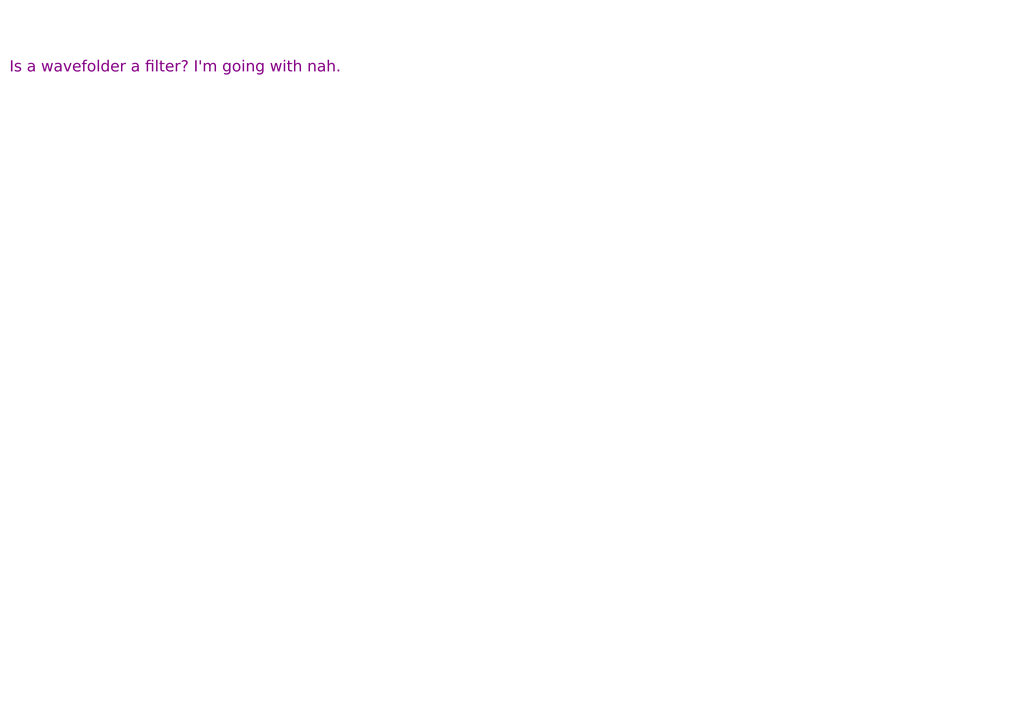
<source format=kicad_sch>
(kicad_sch
	(version 20231120)
	(generator "eeschema")
	(generator_version "8.0")
	(uuid "531ca281-8659-4898-bd92-5c2528eed6c7")
	(paper "A2")
	(title_block
		(title "Basiq Explorer")
		(rev "1.0")
		(company "velvia-fifty")
		(comment 1 "https://github.com/velvia-fifty/AudioThings")
		(comment 2 "If you only sent just one to the fab...")
		(comment 4 "Stay humble")
	)
	(lib_symbols)
	(text "Is a wavefolder a filter? I'm going with nah."
		(exclude_from_sim no)
		(at 101.6 40.64 0)
		(effects
			(font
				(face "Boston Traffic")
				(size 6.35 6.35)
				(italic yes)
				(color 132 0 132 1)
			)
		)
		(uuid "f67dac03-c94b-4b40-b647-3e727ece2e90")
	)
)

</source>
